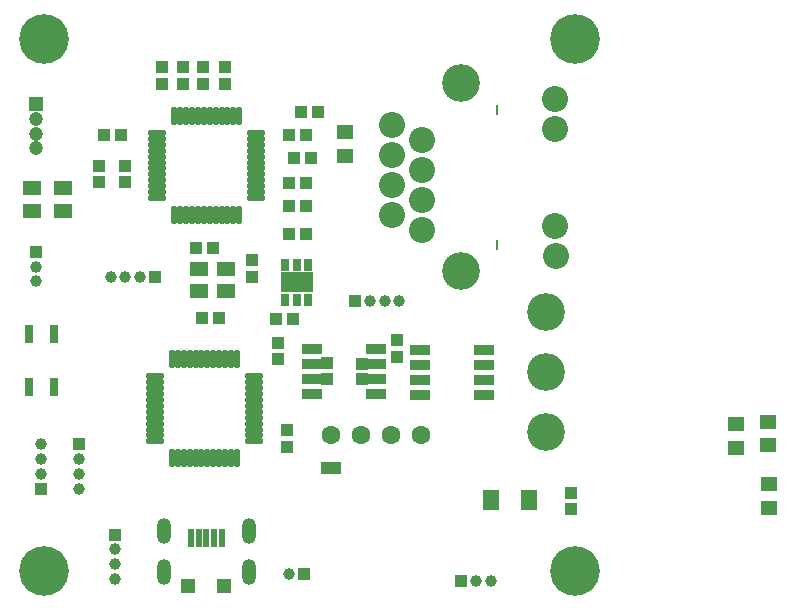
<source format=gts>
G04*
G04 #@! TF.GenerationSoftware,Altium Limited,Altium Designer,19.1.7 (138)*
G04*
G04 Layer_Color=8388736*
%FSLAX44Y44*%
%MOMM*%
G71*
G01*
G75*
%ADD15R,1.0000X1.1000*%
%ADD16R,1.8000X1.1000*%
%ADD17R,1.0532X1.0532*%
%ADD18R,1.0532X1.0532*%
%ADD19R,1.4532X1.2032*%
%ADD20R,0.8032X1.6032*%
%ADD21R,1.5032X1.2532*%
%ADD22R,1.4032X1.8032*%
%ADD23R,1.7282X0.8532*%
%ADD24R,0.6032X1.6032*%
%ADD25R,1.3032X1.2032*%
%ADD26R,2.7032X1.8032*%
%ADD27R,0.6532X1.0532*%
%ADD28O,1.6032X0.5032*%
%ADD29O,0.5032X1.6032*%
%ADD30C,1.6032*%
%ADD31C,1.0032*%
%ADD32R,1.0032X1.0032*%
%ADD33R,1.0032X1.0032*%
%ADD34O,1.2032X2.2032*%
%ADD35C,3.2032*%
%ADD36C,2.2032*%
%ADD37O,0.2032X0.9032*%
%ADD38R,1.2032X1.2032*%
%ADD39C,1.2032*%
%ADD40C,4.2032*%
D15*
X294000Y187327D02*
D03*
Y200327D02*
D03*
X265000Y187327D02*
D03*
Y200500D02*
D03*
D16*
X268000Y111500D02*
D03*
D17*
X324000Y220000D02*
D03*
Y206000D02*
D03*
X223000Y204000D02*
D03*
Y218000D02*
D03*
X471000Y77000D02*
D03*
Y91000D02*
D03*
X178000Y437000D02*
D03*
Y451000D02*
D03*
X160000Y437000D02*
D03*
Y451000D02*
D03*
X143000D02*
D03*
Y437000D02*
D03*
X125000D02*
D03*
Y451000D02*
D03*
X201000Y288000D02*
D03*
Y274000D02*
D03*
X72000Y368000D02*
D03*
Y354000D02*
D03*
X94000Y368000D02*
D03*
Y354000D02*
D03*
X231000Y130000D02*
D03*
Y144000D02*
D03*
D18*
X236000Y238000D02*
D03*
X222000D02*
D03*
X173000Y238750D02*
D03*
X159000D02*
D03*
X233000Y309750D02*
D03*
X247000D02*
D03*
X233000Y334000D02*
D03*
X247000D02*
D03*
X257000Y413000D02*
D03*
X243000D02*
D03*
X168000Y298000D02*
D03*
X154000D02*
D03*
X76250Y394000D02*
D03*
X90250D02*
D03*
X247000Y353000D02*
D03*
X233000D02*
D03*
X251000Y374000D02*
D03*
X237000D02*
D03*
X247000Y394000D02*
D03*
X233000D02*
D03*
D19*
X638000Y131000D02*
D03*
Y151000D02*
D03*
X639000Y78000D02*
D03*
Y98000D02*
D03*
X611000Y129000D02*
D03*
Y149000D02*
D03*
X280000Y376000D02*
D03*
Y396000D02*
D03*
D20*
X33750Y180250D02*
D03*
X12750D02*
D03*
Y225250D02*
D03*
X33750D02*
D03*
D21*
X15000Y329250D02*
D03*
Y348750D02*
D03*
X41000D02*
D03*
Y329250D02*
D03*
X179500Y280250D02*
D03*
Y261750D02*
D03*
X156500D02*
D03*
Y280250D02*
D03*
D22*
X436000Y85000D02*
D03*
X404000D02*
D03*
D23*
X252210Y213020D02*
D03*
Y200320D02*
D03*
Y187620D02*
D03*
Y174920D02*
D03*
X306450D02*
D03*
Y187620D02*
D03*
Y200320D02*
D03*
Y213020D02*
D03*
X343760Y211400D02*
D03*
Y198700D02*
D03*
Y186000D02*
D03*
Y173300D02*
D03*
X398000D02*
D03*
Y186000D02*
D03*
Y198700D02*
D03*
Y211400D02*
D03*
D24*
X175500Y53000D02*
D03*
X169000D02*
D03*
X149500D02*
D03*
X156000D02*
D03*
X162500D02*
D03*
D25*
X147500Y12000D02*
D03*
X177500D02*
D03*
D26*
X239000Y269000D02*
D03*
D27*
X249000Y254500D02*
D03*
X239000D02*
D03*
X229000D02*
D03*
Y283500D02*
D03*
X239000D02*
D03*
X249000D02*
D03*
D28*
X203000Y189500D02*
D03*
Y184500D02*
D03*
Y179500D02*
D03*
Y174500D02*
D03*
Y169500D02*
D03*
Y164500D02*
D03*
Y159500D02*
D03*
Y154500D02*
D03*
Y149500D02*
D03*
Y144500D02*
D03*
Y139500D02*
D03*
Y134500D02*
D03*
X119000D02*
D03*
Y139500D02*
D03*
Y144500D02*
D03*
Y149500D02*
D03*
Y154500D02*
D03*
Y159500D02*
D03*
Y164500D02*
D03*
Y169500D02*
D03*
Y174500D02*
D03*
Y179500D02*
D03*
Y184500D02*
D03*
Y189500D02*
D03*
X121000Y340500D02*
D03*
Y345500D02*
D03*
Y350500D02*
D03*
Y355500D02*
D03*
Y360500D02*
D03*
Y365500D02*
D03*
Y370500D02*
D03*
Y375500D02*
D03*
Y380500D02*
D03*
Y385500D02*
D03*
Y390500D02*
D03*
Y395500D02*
D03*
X205000D02*
D03*
Y390500D02*
D03*
Y385500D02*
D03*
Y380500D02*
D03*
Y375500D02*
D03*
Y370500D02*
D03*
Y365500D02*
D03*
Y360500D02*
D03*
Y355500D02*
D03*
Y350500D02*
D03*
Y345500D02*
D03*
Y340500D02*
D03*
D29*
X188500Y120000D02*
D03*
X183500D02*
D03*
X178500D02*
D03*
X173500D02*
D03*
X168500D02*
D03*
X163500D02*
D03*
X158500D02*
D03*
X153500D02*
D03*
X148500D02*
D03*
X143500D02*
D03*
X138500D02*
D03*
X133500D02*
D03*
Y204000D02*
D03*
X138500D02*
D03*
X143500D02*
D03*
X148500D02*
D03*
X153500D02*
D03*
X158500D02*
D03*
X163500D02*
D03*
X168500D02*
D03*
X173500D02*
D03*
X178500D02*
D03*
X183500D02*
D03*
X188500D02*
D03*
X190500Y326000D02*
D03*
X185500D02*
D03*
X180500D02*
D03*
X175500D02*
D03*
X170500D02*
D03*
X165500D02*
D03*
X160500D02*
D03*
X155500D02*
D03*
X150500D02*
D03*
X145500D02*
D03*
X140500D02*
D03*
X135500D02*
D03*
Y410000D02*
D03*
X140500D02*
D03*
X145500D02*
D03*
X150500D02*
D03*
X155500D02*
D03*
X160500D02*
D03*
X165500D02*
D03*
X170500D02*
D03*
X175500D02*
D03*
X180500D02*
D03*
X185500D02*
D03*
X190500D02*
D03*
D30*
X344400Y140000D02*
D03*
X319000D02*
D03*
X293600D02*
D03*
X268200D02*
D03*
D31*
X54500Y107000D02*
D03*
Y94500D02*
D03*
Y119500D02*
D03*
X106500Y274000D02*
D03*
X81500D02*
D03*
X94000D02*
D03*
X391000Y16000D02*
D03*
X403500D02*
D03*
X233000Y22000D02*
D03*
X18000Y282500D02*
D03*
Y270000D02*
D03*
X85000Y43000D02*
D03*
Y18000D02*
D03*
Y30500D02*
D03*
X22750Y119500D02*
D03*
Y132000D02*
D03*
Y107000D02*
D03*
X313500Y253000D02*
D03*
X326000D02*
D03*
X301000D02*
D03*
D32*
X54500Y132000D02*
D03*
X18000Y295000D02*
D03*
X85000Y55500D02*
D03*
X22750Y94500D02*
D03*
D33*
X119000Y274000D02*
D03*
X378500Y16000D02*
D03*
X245500Y22000D02*
D03*
X288500Y253000D02*
D03*
D34*
X198500Y23500D02*
D03*
Y58200D02*
D03*
X126500D02*
D03*
Y23500D02*
D03*
D35*
X450000Y193000D02*
D03*
Y243800D02*
D03*
Y142200D02*
D03*
X378500Y278400D02*
D03*
Y437700D02*
D03*
D36*
X320100Y402450D02*
D03*
X345500Y389750D02*
D03*
X320100Y377050D02*
D03*
X345500Y364350D02*
D03*
X320100Y351650D02*
D03*
X345500Y338950D02*
D03*
X320100Y326250D02*
D03*
X345500Y313550D02*
D03*
X459000Y291700D02*
D03*
X458000Y317100D02*
D03*
Y399000D02*
D03*
Y424400D02*
D03*
D37*
X409000Y300900D02*
D03*
Y415200D02*
D03*
D38*
X18000Y420000D02*
D03*
D39*
Y407500D02*
D03*
Y382500D02*
D03*
Y395000D02*
D03*
D40*
X25000Y25000D02*
D03*
Y475000D02*
D03*
X475000Y25000D02*
D03*
Y475000D02*
D03*
M02*

</source>
